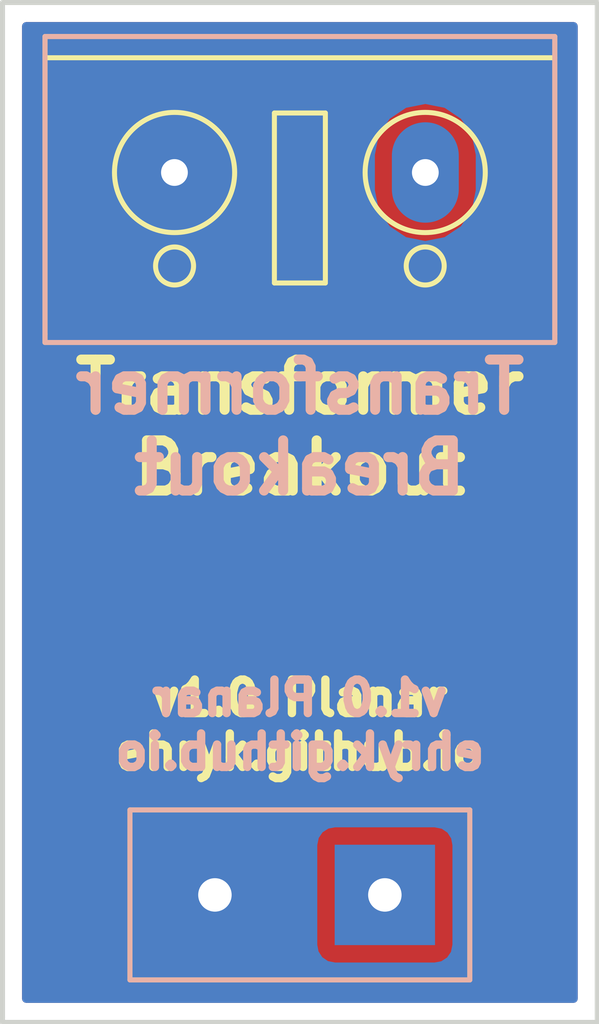
<source format=kicad_pcb>
(kicad_pcb (version 4) (host pcbnew 4.0.4-stable)

  (general
    (links 2)
    (no_connects 0)
    (area 138.354999 83.744999 156.285001 114.375001)
    (thickness 1.6)
    (drawings 8)
    (tracks 4)
    (zones 0)
    (modules 2)
    (nets 3)
  )

  (page A4)
  (layers
    (0 F.Cu signal)
    (31 B.Cu signal)
    (32 B.Adhes user)
    (33 F.Adhes user)
    (34 B.Paste user)
    (35 F.Paste user)
    (36 B.SilkS user)
    (37 F.SilkS user)
    (38 B.Mask user)
    (39 F.Mask user)
    (40 Dwgs.User user)
    (41 Cmts.User user)
    (42 Eco1.User user)
    (43 Eco2.User user)
    (44 Edge.Cuts user)
    (45 Margin user)
    (46 B.CrtYd user)
    (47 F.CrtYd user)
    (48 B.Fab user)
    (49 F.Fab user)
  )

  (setup
    (last_trace_width 0.25)
    (trace_clearance 0.2)
    (zone_clearance 0.508)
    (zone_45_only no)
    (trace_min 0.2)
    (segment_width 0.2)
    (edge_width 0.15)
    (via_size 0.6)
    (via_drill 0.4)
    (via_min_size 0.4)
    (via_min_drill 0.3)
    (uvia_size 0.3)
    (uvia_drill 0.1)
    (uvias_allowed no)
    (uvia_min_size 0.2)
    (uvia_min_drill 0.1)
    (pcb_text_width 0.3)
    (pcb_text_size 1.5 1.5)
    (mod_edge_width 0.15)
    (mod_text_size 1 1)
    (mod_text_width 0.15)
    (pad_size 1.524 1.524)
    (pad_drill 0.762)
    (pad_to_mask_clearance 0.2)
    (aux_axis_origin 147.32 100.33)
    (grid_origin 147.32 100.33)
    (visible_elements 7FFFFFFF)
    (pcbplotparams
      (layerselection 0x00030_80000001)
      (usegerberextensions false)
      (excludeedgelayer true)
      (linewidth 0.100000)
      (plotframeref false)
      (viasonmask false)
      (mode 1)
      (useauxorigin false)
      (hpglpennumber 1)
      (hpglpenspeed 20)
      (hpglpendiameter 15)
      (hpglpenoverlay 2)
      (psnegative false)
      (psa4output false)
      (plotreference true)
      (plotvalue true)
      (plotinvisibletext false)
      (padsonsilk false)
      (subtractmaskfromsilk false)
      (outputformat 1)
      (mirror false)
      (drillshape 1)
      (scaleselection 1)
      (outputdirectory ""))
  )

  (net 0 "")
  (net 1 /B)
  (net 2 /A)

  (net_class Default "This is the default net class."
    (clearance 0.2)
    (trace_width 0.25)
    (via_dia 0.6)
    (via_drill 0.4)
    (uvia_dia 0.3)
    (uvia_drill 0.1)
    (add_net /A)
    (add_net /B)
  )

  (module Footprints:AMGIS_XFRMR (layer F.Cu) (tedit 5825444E) (tstamp 5815A27B)
    (at 147.32 110.49 180)
    (path /5815A005)
    (fp_text reference P1 (at 0 3.81 180) (layer F.SilkS) hide
      (effects (font (size 1 1) (thickness 0.15)))
    )
    (fp_text value XFRMR (at 0 3.81 180) (layer B.Fab) hide
      (effects (font (size 1 1) (thickness 0.15)) (justify mirror))
    )
    (fp_line (start -5.08 -2.54) (end 5.08 -2.54) (layer B.SilkS) (width 0.15))
    (fp_line (start 5.08 -2.54) (end 5.08 2.54) (layer B.SilkS) (width 0.15))
    (fp_line (start 5.08 2.54) (end -5.08 2.54) (layer B.SilkS) (width 0.15))
    (fp_line (start -5.08 2.54) (end -5.08 -2.54) (layer B.SilkS) (width 0.15))
    (fp_line (start -5.08 -2.54) (end 5.08 -2.54) (layer F.SilkS) (width 0.15))
    (fp_line (start 5.08 -2.54) (end 5.08 2.54) (layer F.SilkS) (width 0.15))
    (fp_line (start 5.08 2.54) (end -5.08 2.54) (layer F.SilkS) (width 0.15))
    (fp_line (start -5.08 2.54) (end -5.08 -2.54) (layer F.SilkS) (width 0.15))
    (pad 1 thru_hole rect (at -2.54 0 180) (size 3 3) (drill 1) (layers *.Cu *.Mask)
      (net 1 /B))
    (pad 2 thru_hole circle (at 2.54 0 180) (size 3.2 3.2) (drill 1) (layers *.Cu *.Mask)
      (net 2 /A))
  )

  (module Footprints:ED110-2 (layer F.Cu) (tedit 5815A298) (tstamp 5815A296)
    (at 147.32 88.9)
    (path /58159F39)
    (fp_text reference P2 (at 5.08 6.35) (layer F.SilkS) hide
      (effects (font (size 1.2 1.2) (thickness 0.15)))
    )
    (fp_text value BRK (at 0 6.35) (layer F.Fab) hide
      (effects (font (size 1.2 1.2) (thickness 0.15)))
    )
    (fp_line (start -7.62 4.826) (end -7.62 5.08) (layer B.SilkS) (width 0.15))
    (fp_line (start 7.62 4.826) (end 7.62 5.08) (layer B.SilkS) (width 0.15))
    (fp_line (start 7.62 4.826) (end 7.62 5.08) (layer F.SilkS) (width 0.15))
    (fp_line (start -7.62 4.826) (end -7.62 5.08) (layer F.SilkS) (width 0.15))
    (fp_line (start -7.62 -4.064) (end 7.62 -4.064) (layer B.SilkS) (width 0.15))
    (fp_line (start 7.62 -4.064) (end 7.62 4.826) (layer B.SilkS) (width 0.15))
    (fp_line (start 7.62 5.08) (end -7.62 5.08) (layer B.SilkS) (width 0.15))
    (fp_line (start -7.62 4.826) (end -7.62 -4.064) (layer B.SilkS) (width 0.15))
    (fp_line (start -7.62 -3.429) (end 7.62 -3.429) (layer F.SilkS) (width 0.15))
    (fp_line (start 7.62 -4.064) (end -7.62 -4.064) (layer F.SilkS) (width 0.15))
    (fp_line (start -7.62 -4.064) (end -7.62 4.826) (layer F.SilkS) (width 0.15))
    (fp_line (start -7.62 5.08) (end 7.62 5.08) (layer F.SilkS) (width 0.15))
    (fp_line (start 7.62 4.826) (end 7.62 -4.064) (layer F.SilkS) (width 0.15))
    (fp_line (start -0.762 -1.778) (end 0.762 -1.778) (layer F.SilkS) (width 0.15))
    (fp_line (start 0.762 -1.778) (end 0.762 3.302) (layer F.SilkS) (width 0.15))
    (fp_line (start 0.762 3.302) (end -0.762 3.302) (layer F.SilkS) (width 0.15))
    (fp_line (start -0.762 3.302) (end -0.762 -1.778) (layer F.SilkS) (width 0.15))
    (fp_circle (center 3.7465 2.794) (end 4.2545 2.54) (layer F.SilkS) (width 0.15))
    (fp_circle (center -3.7465 2.794) (end -3.2385 2.54) (layer F.SilkS) (width 0.15))
    (fp_circle (center -3.7465 0) (end -2.4765 -1.27) (layer F.SilkS) (width 0.15))
    (fp_circle (center 3.7465 0) (end 5.0165 -1.27) (layer F.SilkS) (width 0.15))
    (pad 1 thru_hole oval (at -3.75 0) (size 2 3) (drill 0.8) (layers *.Cu *.Mask)
      (net 2 /A))
    (pad 2 thru_hole oval (at 3.75 0) (size 2 3) (drill 0.8) (layers *.Cu *.Mask)
      (net 1 /B))
  )

  (gr_text "v1.0 Planar\nehryk.github.io" (at 147.32 105.41) (layer F.SilkS)
    (effects (font (size 1 1) (thickness 0.25)))
  )
  (gr_text "Transformer\nBreakout" (at 147.32 96.52) (layer F.SilkS)
    (effects (font (size 1.5 1.5) (thickness 0.3)))
  )
  (gr_text "v1.0 Planar\nehryk.github.io" (at 147.32 105.41) (layer B.SilkS)
    (effects (font (size 1 1) (thickness 0.25)) (justify mirror))
  )
  (gr_text "Transformer\nBreakout" (at 147.32 96.52) (layer B.SilkS)
    (effects (font (size 1.5 1.5) (thickness 0.3)) (justify mirror))
  )
  (gr_line (start 138.43 114.3) (end 138.43 83.82) (angle 90) (layer Edge.Cuts) (width 0.15))
  (gr_line (start 156.21 114.3) (end 138.43 114.3) (angle 90) (layer Edge.Cuts) (width 0.15))
  (gr_line (start 156.21 83.82) (end 156.21 114.3) (angle 90) (layer Edge.Cuts) (width 0.15))
  (gr_line (start 138.43 83.82) (end 156.21 83.82) (angle 90) (layer Edge.Cuts) (width 0.15))

  (segment (start 151.07 88.9) (end 151.07 109.28) (width 0.25) (layer F.Cu) (net 1))
  (segment (start 151.07 109.28) (end 149.86 110.49) (width 0.25) (layer F.Cu) (net 1) (tstamp 5815A3C9))
  (segment (start 143.57 109.28) (end 144.78 110.49) (width 0.25) (layer B.Cu) (net 2) (tstamp 5815A3D0))
  (segment (start 143.57 88.9) (end 143.57 109.28) (width 0.25) (layer B.Cu) (net 2))

  (zone (net 2) (net_name /A) (layer B.Cu) (tstamp 5815A420) (hatch edge 0.508)
    (connect_pads yes (clearance 0.508))
    (min_thickness 0.254)
    (fill yes (arc_segments 16) (thermal_gap 0.508) (thermal_bridge_width 0.508))
    (polygon
      (pts
        (xy 156.21 114.3) (xy 138.43 114.3) (xy 138.43 83.82) (xy 156.21 83.82)
      )
    )
    (filled_polygon
      (pts
        (xy 155.5 113.59) (xy 139.14 113.59) (xy 139.14 108.99) (xy 147.71256 108.99) (xy 147.71256 111.99)
        (xy 147.756838 112.225317) (xy 147.89591 112.441441) (xy 148.10811 112.586431) (xy 148.36 112.63744) (xy 151.36 112.63744)
        (xy 151.595317 112.593162) (xy 151.811441 112.45409) (xy 151.956431 112.24189) (xy 152.00744 111.99) (xy 152.00744 108.99)
        (xy 151.963162 108.754683) (xy 151.82409 108.538559) (xy 151.61189 108.393569) (xy 151.36 108.34256) (xy 148.36 108.34256)
        (xy 148.124683 108.386838) (xy 147.908559 108.52591) (xy 147.763569 108.73811) (xy 147.71256 108.99) (xy 139.14 108.99)
        (xy 139.14 88.358173) (xy 149.435 88.358173) (xy 149.435 89.441827) (xy 149.559457 90.067514) (xy 149.91388 90.597947)
        (xy 150.444313 90.95237) (xy 151.07 91.076827) (xy 151.695687 90.95237) (xy 152.22612 90.597947) (xy 152.580543 90.067514)
        (xy 152.705 89.441827) (xy 152.705 88.358173) (xy 152.580543 87.732486) (xy 152.22612 87.202053) (xy 151.695687 86.84763)
        (xy 151.07 86.723173) (xy 150.444313 86.84763) (xy 149.91388 87.202053) (xy 149.559457 87.732486) (xy 149.435 88.358173)
        (xy 139.14 88.358173) (xy 139.14 84.53) (xy 155.5 84.53)
      )
    )
  )
  (zone (net 1) (net_name /B) (layer F.Cu) (tstamp 5815A45B) (hatch edge 0.508)
    (connect_pads yes (clearance 0.508))
    (min_thickness 0.254)
    (fill yes (arc_segments 16) (thermal_gap 0.508) (thermal_bridge_width 0.508))
    (polygon
      (pts
        (xy 156.21 83.82) (xy 138.43 83.82) (xy 138.43 114.3) (xy 156.21 114.3)
      )
    )
    (filled_polygon
      (pts
        (xy 155.5 113.59) (xy 139.14 113.59) (xy 139.14 110.932619) (xy 142.544613 110.932619) (xy 142.884155 111.754372)
        (xy 143.512321 112.383636) (xy 144.333481 112.724611) (xy 145.222619 112.725387) (xy 146.044372 112.385845) (xy 146.673636 111.757679)
        (xy 147.014611 110.936519) (xy 147.015387 110.047381) (xy 146.675845 109.225628) (xy 146.047679 108.596364) (xy 145.226519 108.255389)
        (xy 144.337381 108.254613) (xy 143.515628 108.594155) (xy 142.886364 109.222321) (xy 142.545389 110.043481) (xy 142.544613 110.932619)
        (xy 139.14 110.932619) (xy 139.14 88.358173) (xy 141.935 88.358173) (xy 141.935 89.441827) (xy 142.059457 90.067514)
        (xy 142.41388 90.597947) (xy 142.944313 90.95237) (xy 143.57 91.076827) (xy 144.195687 90.95237) (xy 144.72612 90.597947)
        (xy 145.080543 90.067514) (xy 145.205 89.441827) (xy 145.205 88.358173) (xy 145.080543 87.732486) (xy 144.72612 87.202053)
        (xy 144.195687 86.84763) (xy 143.57 86.723173) (xy 142.944313 86.84763) (xy 142.41388 87.202053) (xy 142.059457 87.732486)
        (xy 141.935 88.358173) (xy 139.14 88.358173) (xy 139.14 84.53) (xy 155.5 84.53)
      )
    )
  )
)

</source>
